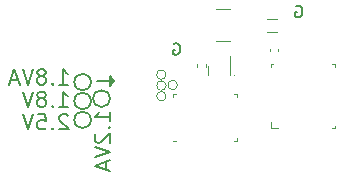
<source format=gbr>
%TF.GenerationSoftware,KiCad,Pcbnew,(7.0.0)*%
%TF.CreationDate,2023-07-14T15:59:44-04:00*%
%TF.ProjectId,headstage-neuropix1e,68656164-7374-4616-9765-2d6e6575726f,A*%
%TF.SameCoordinates,Original*%
%TF.FileFunction,Legend,Bot*%
%TF.FilePolarity,Positive*%
%FSLAX46Y46*%
G04 Gerber Fmt 4.6, Leading zero omitted, Abs format (unit mm)*
G04 Created by KiCad (PCBNEW (7.0.0)) date 2023-07-14 15:59:44*
%MOMM*%
%LPD*%
G01*
G04 APERTURE LIST*
%ADD10C,0.200000*%
%ADD11C,0.150000*%
%ADD12C,0.120000*%
G04 APERTURE END LIST*
D10*
X131100000Y-93000000D02*
X131100000Y-93400000D01*
D11*
X131007107Y-94700000D02*
G75*
G03*
X131007107Y-94700000I-707107J0D01*
G01*
X129407107Y-93307106D02*
G75*
G03*
X129407107Y-93307106I-707107J0D01*
G01*
X129407107Y-96500000D02*
G75*
G03*
X129407107Y-96500000I-707107J0D01*
G01*
D10*
X129900000Y-93200000D02*
X131400000Y-93200000D01*
X131000000Y-93600000D02*
X131400000Y-93200000D01*
X131400000Y-93200000D02*
X131000000Y-92800000D01*
X131000000Y-92800000D02*
X131000000Y-93600000D01*
D11*
X129407107Y-94900000D02*
G75*
G03*
X129407107Y-94900000I-707107J0D01*
G01*
D10*
X146728095Y-86880000D02*
X146823333Y-86832380D01*
X146823333Y-86832380D02*
X146966190Y-86832380D01*
X146966190Y-86832380D02*
X147109047Y-86880000D01*
X147109047Y-86880000D02*
X147204285Y-86975238D01*
X147204285Y-86975238D02*
X147251904Y-87070476D01*
X147251904Y-87070476D02*
X147299523Y-87260952D01*
X147299523Y-87260952D02*
X147299523Y-87403809D01*
X147299523Y-87403809D02*
X147251904Y-87594285D01*
X147251904Y-87594285D02*
X147204285Y-87689523D01*
X147204285Y-87689523D02*
X147109047Y-87784761D01*
X147109047Y-87784761D02*
X146966190Y-87832380D01*
X146966190Y-87832380D02*
X146870952Y-87832380D01*
X146870952Y-87832380D02*
X146728095Y-87784761D01*
X146728095Y-87784761D02*
X146680476Y-87737142D01*
X146680476Y-87737142D02*
X146680476Y-87403809D01*
X146680476Y-87403809D02*
X146870952Y-87403809D01*
X131017095Y-96590476D02*
X131017095Y-95847619D01*
X131017095Y-96219047D02*
X129717095Y-96219047D01*
X129717095Y-96219047D02*
X129902809Y-96095238D01*
X129902809Y-96095238D02*
X130026619Y-95971428D01*
X130026619Y-95971428D02*
X130088523Y-95847619D01*
X130893285Y-97147618D02*
X130955190Y-97209523D01*
X130955190Y-97209523D02*
X131017095Y-97147618D01*
X131017095Y-97147618D02*
X130955190Y-97085714D01*
X130955190Y-97085714D02*
X130893285Y-97147618D01*
X130893285Y-97147618D02*
X131017095Y-97147618D01*
X129840904Y-97704762D02*
X129779000Y-97766666D01*
X129779000Y-97766666D02*
X129717095Y-97890476D01*
X129717095Y-97890476D02*
X129717095Y-98200000D01*
X129717095Y-98200000D02*
X129779000Y-98323809D01*
X129779000Y-98323809D02*
X129840904Y-98385714D01*
X129840904Y-98385714D02*
X129964714Y-98447619D01*
X129964714Y-98447619D02*
X130088523Y-98447619D01*
X130088523Y-98447619D02*
X130274238Y-98385714D01*
X130274238Y-98385714D02*
X131017095Y-97642857D01*
X131017095Y-97642857D02*
X131017095Y-98447619D01*
X129717095Y-98819047D02*
X131017095Y-99252380D01*
X131017095Y-99252380D02*
X129717095Y-99685714D01*
X130645666Y-100057143D02*
X130645666Y-100676190D01*
X131017095Y-99933333D02*
X129717095Y-100366666D01*
X129717095Y-100366666D02*
X131017095Y-100800000D01*
X136398095Y-90050000D02*
X136493333Y-90002380D01*
X136493333Y-90002380D02*
X136636190Y-90002380D01*
X136636190Y-90002380D02*
X136779047Y-90050000D01*
X136779047Y-90050000D02*
X136874285Y-90145238D01*
X136874285Y-90145238D02*
X136921904Y-90240476D01*
X136921904Y-90240476D02*
X136969523Y-90430952D01*
X136969523Y-90430952D02*
X136969523Y-90573809D01*
X136969523Y-90573809D02*
X136921904Y-90764285D01*
X136921904Y-90764285D02*
X136874285Y-90859523D01*
X136874285Y-90859523D02*
X136779047Y-90954761D01*
X136779047Y-90954761D02*
X136636190Y-91002380D01*
X136636190Y-91002380D02*
X136540952Y-91002380D01*
X136540952Y-91002380D02*
X136398095Y-90954761D01*
X136398095Y-90954761D02*
X136350476Y-90907142D01*
X136350476Y-90907142D02*
X136350476Y-90573809D01*
X136350476Y-90573809D02*
X136540952Y-90573809D01*
X126709523Y-95417095D02*
X127452380Y-95417095D01*
X127080952Y-95417095D02*
X127080952Y-94117095D01*
X127080952Y-94117095D02*
X127204761Y-94302809D01*
X127204761Y-94302809D02*
X127328571Y-94426619D01*
X127328571Y-94426619D02*
X127452380Y-94488523D01*
X126152381Y-95293285D02*
X126090476Y-95355190D01*
X126090476Y-95355190D02*
X126152381Y-95417095D01*
X126152381Y-95417095D02*
X126214285Y-95355190D01*
X126214285Y-95355190D02*
X126152381Y-95293285D01*
X126152381Y-95293285D02*
X126152381Y-95417095D01*
X125347618Y-94674238D02*
X125471428Y-94612333D01*
X125471428Y-94612333D02*
X125533333Y-94550428D01*
X125533333Y-94550428D02*
X125595237Y-94426619D01*
X125595237Y-94426619D02*
X125595237Y-94364714D01*
X125595237Y-94364714D02*
X125533333Y-94240904D01*
X125533333Y-94240904D02*
X125471428Y-94179000D01*
X125471428Y-94179000D02*
X125347618Y-94117095D01*
X125347618Y-94117095D02*
X125099999Y-94117095D01*
X125099999Y-94117095D02*
X124976190Y-94179000D01*
X124976190Y-94179000D02*
X124914285Y-94240904D01*
X124914285Y-94240904D02*
X124852380Y-94364714D01*
X124852380Y-94364714D02*
X124852380Y-94426619D01*
X124852380Y-94426619D02*
X124914285Y-94550428D01*
X124914285Y-94550428D02*
X124976190Y-94612333D01*
X124976190Y-94612333D02*
X125099999Y-94674238D01*
X125099999Y-94674238D02*
X125347618Y-94674238D01*
X125347618Y-94674238D02*
X125471428Y-94736142D01*
X125471428Y-94736142D02*
X125533333Y-94798047D01*
X125533333Y-94798047D02*
X125595237Y-94921857D01*
X125595237Y-94921857D02*
X125595237Y-95169476D01*
X125595237Y-95169476D02*
X125533333Y-95293285D01*
X125533333Y-95293285D02*
X125471428Y-95355190D01*
X125471428Y-95355190D02*
X125347618Y-95417095D01*
X125347618Y-95417095D02*
X125099999Y-95417095D01*
X125099999Y-95417095D02*
X124976190Y-95355190D01*
X124976190Y-95355190D02*
X124914285Y-95293285D01*
X124914285Y-95293285D02*
X124852380Y-95169476D01*
X124852380Y-95169476D02*
X124852380Y-94921857D01*
X124852380Y-94921857D02*
X124914285Y-94798047D01*
X124914285Y-94798047D02*
X124976190Y-94736142D01*
X124976190Y-94736142D02*
X125099999Y-94674238D01*
X124480952Y-94117095D02*
X124047619Y-95417095D01*
X124047619Y-95417095D02*
X123614285Y-94117095D01*
X126709523Y-93517095D02*
X127452380Y-93517095D01*
X127080952Y-93517095D02*
X127080952Y-92217095D01*
X127080952Y-92217095D02*
X127204761Y-92402809D01*
X127204761Y-92402809D02*
X127328571Y-92526619D01*
X127328571Y-92526619D02*
X127452380Y-92588523D01*
X126152381Y-93393285D02*
X126090476Y-93455190D01*
X126090476Y-93455190D02*
X126152381Y-93517095D01*
X126152381Y-93517095D02*
X126214285Y-93455190D01*
X126214285Y-93455190D02*
X126152381Y-93393285D01*
X126152381Y-93393285D02*
X126152381Y-93517095D01*
X125347618Y-92774238D02*
X125471428Y-92712333D01*
X125471428Y-92712333D02*
X125533333Y-92650428D01*
X125533333Y-92650428D02*
X125595237Y-92526619D01*
X125595237Y-92526619D02*
X125595237Y-92464714D01*
X125595237Y-92464714D02*
X125533333Y-92340904D01*
X125533333Y-92340904D02*
X125471428Y-92279000D01*
X125471428Y-92279000D02*
X125347618Y-92217095D01*
X125347618Y-92217095D02*
X125099999Y-92217095D01*
X125099999Y-92217095D02*
X124976190Y-92279000D01*
X124976190Y-92279000D02*
X124914285Y-92340904D01*
X124914285Y-92340904D02*
X124852380Y-92464714D01*
X124852380Y-92464714D02*
X124852380Y-92526619D01*
X124852380Y-92526619D02*
X124914285Y-92650428D01*
X124914285Y-92650428D02*
X124976190Y-92712333D01*
X124976190Y-92712333D02*
X125099999Y-92774238D01*
X125099999Y-92774238D02*
X125347618Y-92774238D01*
X125347618Y-92774238D02*
X125471428Y-92836142D01*
X125471428Y-92836142D02*
X125533333Y-92898047D01*
X125533333Y-92898047D02*
X125595237Y-93021857D01*
X125595237Y-93021857D02*
X125595237Y-93269476D01*
X125595237Y-93269476D02*
X125533333Y-93393285D01*
X125533333Y-93393285D02*
X125471428Y-93455190D01*
X125471428Y-93455190D02*
X125347618Y-93517095D01*
X125347618Y-93517095D02*
X125099999Y-93517095D01*
X125099999Y-93517095D02*
X124976190Y-93455190D01*
X124976190Y-93455190D02*
X124914285Y-93393285D01*
X124914285Y-93393285D02*
X124852380Y-93269476D01*
X124852380Y-93269476D02*
X124852380Y-93021857D01*
X124852380Y-93021857D02*
X124914285Y-92898047D01*
X124914285Y-92898047D02*
X124976190Y-92836142D01*
X124976190Y-92836142D02*
X125099999Y-92774238D01*
X124480952Y-92217095D02*
X124047619Y-93517095D01*
X124047619Y-93517095D02*
X123614285Y-92217095D01*
X123242856Y-93145666D02*
X122623809Y-93145666D01*
X123366666Y-93517095D02*
X122933333Y-92217095D01*
X122933333Y-92217095D02*
X122499999Y-93517095D01*
X127452380Y-96140904D02*
X127390476Y-96079000D01*
X127390476Y-96079000D02*
X127266666Y-96017095D01*
X127266666Y-96017095D02*
X126957142Y-96017095D01*
X126957142Y-96017095D02*
X126833333Y-96079000D01*
X126833333Y-96079000D02*
X126771428Y-96140904D01*
X126771428Y-96140904D02*
X126709523Y-96264714D01*
X126709523Y-96264714D02*
X126709523Y-96388523D01*
X126709523Y-96388523D02*
X126771428Y-96574238D01*
X126771428Y-96574238D02*
X127514285Y-97317095D01*
X127514285Y-97317095D02*
X126709523Y-97317095D01*
X126152381Y-97193285D02*
X126090476Y-97255190D01*
X126090476Y-97255190D02*
X126152381Y-97317095D01*
X126152381Y-97317095D02*
X126214285Y-97255190D01*
X126214285Y-97255190D02*
X126152381Y-97193285D01*
X126152381Y-97193285D02*
X126152381Y-97317095D01*
X124914285Y-96017095D02*
X125533333Y-96017095D01*
X125533333Y-96017095D02*
X125595237Y-96636142D01*
X125595237Y-96636142D02*
X125533333Y-96574238D01*
X125533333Y-96574238D02*
X125409523Y-96512333D01*
X125409523Y-96512333D02*
X125099999Y-96512333D01*
X125099999Y-96512333D02*
X124976190Y-96574238D01*
X124976190Y-96574238D02*
X124914285Y-96636142D01*
X124914285Y-96636142D02*
X124852380Y-96759952D01*
X124852380Y-96759952D02*
X124852380Y-97069476D01*
X124852380Y-97069476D02*
X124914285Y-97193285D01*
X124914285Y-97193285D02*
X124976190Y-97255190D01*
X124976190Y-97255190D02*
X125099999Y-97317095D01*
X125099999Y-97317095D02*
X125409523Y-97317095D01*
X125409523Y-97317095D02*
X125533333Y-97255190D01*
X125533333Y-97255190D02*
X125595237Y-97193285D01*
X124480952Y-96017095D02*
X124047619Y-97317095D01*
X124047619Y-97317095D02*
X123614285Y-96017095D01*
D12*
%TO.C,L2*%
X145149622Y-89060000D02*
X144350378Y-89060000D01*
X145149622Y-87940000D02*
X144350378Y-87940000D01*
%TO.C,TP5*%
X135760000Y-92680000D02*
G75*
G03*
X135760000Y-92680000I-400000J0D01*
G01*
%TO.C,U7*%
X141500000Y-92700000D02*
X141500000Y-92700000D01*
%TO.C,U8*%
X136390000Y-94290000D02*
X136390000Y-94550000D01*
X136390000Y-94290000D02*
X136650000Y-94290000D01*
X136390000Y-98310000D02*
X136650000Y-98310000D01*
X141810000Y-94290000D02*
X141550000Y-94290000D01*
X141810000Y-94290000D02*
X141810000Y-94550000D01*
X141810000Y-98310000D02*
X141550000Y-98310000D01*
X141810000Y-98310000D02*
X141810000Y-98050000D01*
%TO.C,TP6*%
X136720000Y-93550000D02*
G75*
G03*
X136720000Y-93550000I-400000J0D01*
G01*
%TO.C,TP3*%
X135770000Y-94500000D02*
G75*
G03*
X135770000Y-94500000I-400000J0D01*
G01*
%TO.C,C15*%
X144540000Y-90707836D02*
X144540000Y-90492164D01*
X145260000Y-90707836D02*
X145260000Y-90492164D01*
%TO.C,U1*%
X141160000Y-91100000D02*
X141160000Y-92700000D01*
X139340000Y-91900000D02*
X139340000Y-92700000D01*
%TO.C,C3*%
X139110000Y-91792164D02*
X139110000Y-92007836D01*
X138390000Y-91792164D02*
X138390000Y-92007836D01*
%TO.C,TP4*%
X135770000Y-93600000D02*
G75*
G03*
X135770000Y-93600000I-400000J0D01*
G01*
%TO.C,U4*%
X144650000Y-91800000D02*
X144650000Y-92000000D01*
X144650000Y-91800000D02*
X144850000Y-91800000D01*
X144650000Y-96650001D02*
X144650000Y-97200000D01*
X144650000Y-97200000D02*
X145225000Y-97200000D01*
X149850000Y-91800000D02*
X150050000Y-91800000D01*
X149850000Y-97200000D02*
X150050000Y-97200000D01*
X150050000Y-91800000D02*
X150050000Y-92000000D01*
X150050000Y-97000000D02*
X150050000Y-97200000D01*
%TO.C,L1*%
X139997936Y-87140000D02*
X141202064Y-87140000D01*
X139997936Y-89860000D02*
X141202064Y-89860000D01*
%TD*%
M02*

</source>
